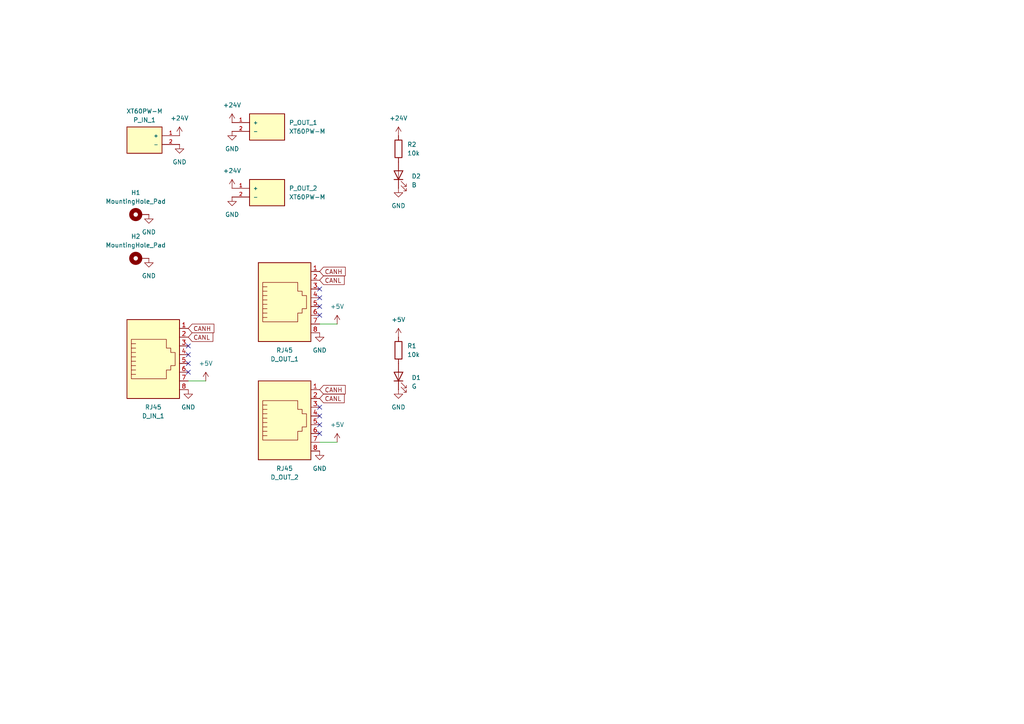
<source format=kicad_sch>
(kicad_sch (version 20231120) (generator "eeschema") (generator_version "8.0")
  (paper "A4")
  (lib_symbols
    (symbol "Connector:RJ45" (pin_names (offset 1.016))
      (property "Reference" "J" (at -5.08 13.97 0))
      (property "Value" "RJ45" (at 2.54 13.97 0))
      (symbol "RJ45_0_1"
        (polyline (pts (xy -5.08 4.445) (xy -6.35 4.445)))
        (polyline (pts (xy -5.08 5.715) (xy -6.35 5.715)))
        (polyline (pts (xy -6.35 -3.175) (xy -5.08 -3.175) (xy -5.08 -3.175)))
        (polyline (pts (xy -6.35 -1.905) (xy -5.08 -1.905) (xy -5.08 -1.905)))
        (polyline (pts (xy -6.35 -0.635) (xy -5.08 -0.635) (xy -5.08 -0.635)))
        (polyline (pts (xy -6.35 0.635) (xy -5.08 0.635) (xy -5.08 0.635)))
        (polyline (pts (xy -6.35 1.905) (xy -5.08 1.905) (xy -5.08 1.905)))
        (polyline (pts (xy -5.08 3.175) (xy -6.35 3.175) (xy -6.35 3.175)))
        (polyline (pts (xy -6.35 -4.445) (xy -6.35 6.985) (xy 3.81 6.985) (xy 3.81 4.445) (xy 5.08 4.445) (xy 5.08 3.175) (xy 6.35 3.175) (xy 6.35 -0.635) (xy 5.08 -0.635) (xy 5.08 -1.905) (xy 3.81 -1.905) (xy 3.81 -4.445) (xy -6.35 -4.445) (xy -6.35 -4.445)))
        (rectangle (start 7.62 12.7) (end -7.62 -10.16) (stroke (width 0.254)) (fill (type background)))
      )
      (symbol "RJ45_1_1"
        (pin passive line (at 10.16 -7.62 180) (length 2.54) (name "~") (number "1"))
        (pin passive line (at 10.16 -5.08 180) (length 2.54) (name "~") (number "2"))
        (pin passive line (at 10.16 -2.54 180) (length 2.54) (name "~") (number "3"))
        (pin passive line (at 10.16 0 180) (length 2.54) (name "~") (number "4"))
        (pin passive line (at 10.16 2.54 180) (length 2.54) (name "~") (number "5"))
        (pin passive line (at 10.16 5.08 180) (length 2.54) (name "~") (number "6"))
        (pin passive line (at 10.16 7.62 180) (length 2.54) (name "~") (number "7"))
        (pin passive line (at 10.16 10.16 180) (length 2.54) (name "~") (number "8"))
      )
    )
    (symbol "Device:LED" (pin_numbers hide) (pin_names (offset 1.016) hide)
      (property "Reference" "D" (at 0 2.54 0))
      (property "Value" "LED" (at 0 -2.54 0))
      (symbol "LED_0_1"
        (polyline (pts (xy -1.27 -1.27) (xy -1.27 1.27)) (stroke (width 0.254)))
        (polyline (pts (xy -1.27 0) (xy 1.27 0)))
        (polyline (pts (xy 1.27 -1.27) (xy 1.27 1.27) (xy -1.27 0) (xy 1.27 -1.27)) (stroke (width 0.254)))
        (polyline (pts (xy -3.048 -0.762) (xy -4.572 -2.286) (xy -3.81 -2.286) (xy -4.572 -2.286) (xy -4.572 -1.524)))
        (polyline (pts (xy -1.778 -0.762) (xy -3.302 -2.286) (xy -2.54 -2.286) (xy -3.302 -2.286) (xy -3.302 -1.524)))
      )
      (symbol "LED_1_1"
        (pin passive line (at -3.81 0 0) (length 2.54) (name "K") (number "1"))
        (pin passive line (at 3.81 0 180) (length 2.54) (name "A") (number "2"))
      )
    )
    (symbol "Device:R" (pin_numbers hide) (pin_names (offset 0))
      (property "Reference" "R" (at 2.032 0 90))
      (property "Value" "R" (at 0 0 90))
      (symbol "R_0_1"
        (rectangle (start -1.016 -2.54) (end 1.016 2.54) (stroke (width 0.254)))
      )
      (symbol "R_1_1"
        (pin passive line (at 0 3.81 270) (length 1.27) (name "~") (number "1"))
        (pin passive line (at 0 -3.81 90) (length 1.27) (name "~") (number "2"))
      )
    )
    (symbol "Mechanical:MountingHole_Pad" (pin_numbers hide) (pin_names (offset 1.016) hide) (exclude_from_sim yes) (in_bom no)
      (property "Reference" "H" (at 0 6.35 0))
      (property "Value" "MountingHole_Pad" (at 0 4.445 0))
      (symbol "MountingHole_Pad_0_1"
        (circle (center 0 1.27) (radius 1.27) (stroke (width 1.27)))
      )
      (symbol "MountingHole_Pad_1_1"
        (pin input line (at 0 -2.54 90) (length 2.54) (name "1") (number "1"))
      )
    )
    (symbol "XT60PW-M:XT60PW-M" (pin_names (offset 1.016))
      (property "Reference" "J" (at -5.08 5.715 0))
      (property "Value" "XT60PW-M" (at -5.08 -5.08 0))
      (symbol "XT60PW-M_0_0"
        (rectangle (start -5.08 -2.54) (end 5.08 5.08) (stroke (width 0.254)) (fill (type background)))
        (pin passive line (at -10.16 2.54 0) (length 5.08) (name "+") (number "1"))
        (pin passive line (at -10.16 0 0) (length 5.08) (name "-") (number "2"))
      )
    )
    (symbol "power:+24V" (power) (pin_numbers hide) (pin_names (offset 0) hide)
      (property "Value" "+24V" (at 0 3.556 0))
      (symbol "+24V_0_1"
        (polyline (pts (xy -0.762 1.27) (xy 0 2.54)))
        (polyline (pts (xy 0 0) (xy 0 2.54)))
        (polyline (pts (xy 0 2.54) (xy 0.762 1.27)))
      )
      (symbol "+24V_1_1"
        (pin power_in line (at 0 0 90) (length 0) (name "~") (number "1"))
      )
    )
    (symbol "power:+5V" (power) (pin_numbers hide) (pin_names (offset 0) hide)
      (property "Value" "+5V" (at 0 3.556 0))
      (symbol "+5V_0_1"
        (polyline (pts (xy -0.762 1.27) (xy 0 2.54)))
        (polyline (pts (xy 0 0) (xy 0 2.54)))
        (polyline (pts (xy 0 2.54) (xy 0.762 1.27)))
      )
      (symbol "+5V_1_1"
        (pin power_in line (at 0 0 90) (length 0) (name "~") (number "1"))
      )
    )
    (symbol "power:GND" (power) (pin_numbers hide) (pin_names (offset 0) hide)
      (property "Value" "GND" (at 0 -3.81 0))
      (symbol "GND_0_1"
        (polyline (pts (xy 0 0) (xy 0 -1.27) (xy 1.27 -1.27) (xy 0 -2.54) (xy -1.27 -1.27) (xy 0 -1.27)))
      )
      (symbol "GND_1_1"
        (pin power_in line (at 0 0 270) (length 0) (name "~") (number "1"))
      )
    )
  )
  (no_connect (at 92.71 86.36))
  (no_connect (at 92.71 83.82))
  (no_connect (at 54.61 100.33))
  (no_connect (at 92.71 120.65))
  (no_connect (at 54.61 102.87))
  (no_connect (at 92.71 88.9))
  (no_connect (at 92.71 118.11))
  (no_connect (at 92.71 123.19))
  (no_connect (at 92.71 91.44))
  (no_connect (at 54.61 105.41))
  (no_connect (at 54.61 107.95))
  (no_connect (at 92.71 125.73))
  (wire (pts (xy 92.71 128.27) (xy 97.79 128.27)))
  (wire (pts (xy 54.61 110.49) (xy 59.69 110.49)))
  (wire (pts (xy 92.71 93.98) (xy 97.79 93.98)))
  (global_label "CANH" (shape input) (at 92.71 78.74 0) (property "Intersheetrefs" "${INTERSHEET_REFS}" (effects (hide yes))))
  (global_label "CANH" (shape input) (at 54.61 95.25 0) (property "Intersheetrefs" "${INTERSHEET_REFS}" (effects (hide yes))))
  (global_label "CANL" (shape input) (at 92.71 81.28 0) (property "Intersheetrefs" "${INTERSHEET_REFS}" (effects (hide yes))))
  (global_label "CANL" (shape input) (at 54.61 97.79 0) (property "Intersheetrefs" "${INTERSHEET_REFS}" (effects (hide yes))))
  (global_label "CANL" (shape input) (at 92.71 115.57 0) (property "Intersheetrefs" "${INTERSHEET_REFS}" (effects (hide yes))))
  (global_label "CANH" (shape input) (at 92.71 113.03 0) (property "Intersheetrefs" "${INTERSHEET_REFS}" (effects (hide yes))))
  (symbol (lib_id "XT60PW-M:XT60PW-M") (at 41.91 41.91 0) (mirror y) (unit 1)
    (property "Reference" "P_IN_1" (at 41.91 34.798 0))
    (property "Value" "XT60PW-M" (at 41.91 32.258 0))
    (property "Footprint" "AMASS_XT60PW-M" (effects (hide yes)))
    (property "Description" "AMASS" (effects (hide yes)))
    (property "MAXIMUM_PACKAGE_HEIGHT" "8.4 mm" (effects (hide yes)))
    (property "Package" "Package" (effects (hide yes)))
    (property "Price" "None" (effects (hide yes)))
    (property "Check_prices" "https://www.snapeda.com/parts/XT60PW-M/AMASS/view-part/?ref=eda" (effects (hide yes)))
    (property "STANDARD" "Manufacturer recommendations" (effects (hide yes)))
    (property "PARTREV" "V1.2" (effects (hide yes)))
    (property "SnapEDA_Link" "https://www.snapeda.com/parts/XT60PW-M/AMASS/view-part/?ref=snap" (effects (hide yes)))
    (property "MP" "XT60PW-M" (effects (hide yes)))
    (property "Description_1" "\\nSocket, DC supply, male, PIN: 2\\n" (effects (hide yes)))
    (property "Availability" "Not in stock" (effects (hide yes)))
    (property "MANUFACTURER" "AMASS" (effects (hide yes)))
  )
  (symbol (lib_id "power:GND") (at 54.61 113.03 0) (mirror y) (unit 1)
    (property "Reference" "#PWR08" (effects (hide yes)))
    (property "Value" "GND" (at 54.61 118.11 0))
    (property "Description" "Power symbol creates a global label with name \"GND\" , ground" (effects (hide yes)))
  )
  (symbol (lib_id "power:GND") (at 52.07 41.91 0) (unit 1)
    (property "Reference" "#PWR02" (effects (hide yes)))
    (property "Value" "GND" (at 52.07 46.99 0))
    (property "Description" "Power symbol creates a global label with name \"GND\" , ground" (effects (hide yes)))
  )
  (symbol (lib_id "Connector:RJ45") (at 82.55 86.36 0) (mirror x) (unit 1)
    (property "Reference" "D_OUT_1" (at 82.55 104.14 0))
    (property "Value" "RJ45" (at 82.55 101.6 0))
    (property "Footprint" "54601-908WPLF:AMPHENOL_54601-908WPLF" (effects (hide yes)))
    (property "Description" "RJ connector, 8P8C (8 positions 8 connected)" (effects (hide yes)))
  )
  (symbol (lib_id "power:GND") (at 67.31 38.1 0) (unit 1)
    (property "Reference" "#PWR04" (effects (hide yes)))
    (property "Value" "GND" (at 67.31 43.18 0))
    (property "Description" "Power symbol creates a global label with name \"GND\" , ground" (effects (hide yes)))
  )
  (symbol (lib_id "power:+5V") (at 97.79 93.98 0) (mirror y) (unit 1)
    (property "Reference" "#PWR09" (effects (hide yes)))
    (property "Value" "+5V" (at 97.79 88.9 0))
    (property "Description" "Power symbol creates a global label with name \"+5V\"" (effects (hide yes)))
  )
  (symbol (lib_id "Mechanical:MountingHole_Pad") (at 40.64 62.23 90) (unit 1) (exclude_from_sim yes) (in_bom no)
    (property "Reference" "H1" (at 39.37 55.88 90))
    (property "Value" "MountingHole_Pad" (at 39.37 58.42 90))
    (property "Footprint" "MountingHole:MountingHole_3.2mm_M3_DIN965_Pad_TopBottom" (effects (hide yes)))
    (property "Description" "Mounting Hole with connection" (effects (hide yes)))
  )
  (symbol (lib_id "power:+24V") (at 67.31 35.56 0) (unit 1)
    (property "Reference" "#PWR03" (effects (hide yes)))
    (property "Value" "+24V" (at 67.31 30.48 0))
    (property "Description" "Power symbol creates a global label with name \"+24V\"" (effects (hide yes)))
  )
  (symbol (lib_id "power:+5V") (at 59.69 110.49 0) (mirror y) (unit 1)
    (property "Reference" "#PWR07" (effects (hide yes)))
    (property "Value" "+5V" (at 59.69 105.41 0))
    (property "Description" "Power symbol creates a global label with name \"+5V\"" (effects (hide yes)))
  )
  (symbol (lib_id "power:+5V") (at 115.57 39.37 0) (mirror y) (unit 1)
    (property "Reference" "#PWR015" (effects (hide yes)))
    (property "Value" "+24V" (at 115.57 34.29 0))
    (property "Description" "Power symbol creates a global label with name \"+5V\"" (effects (hide yes)))
  )
  (symbol (lib_id "Device:R") (at 115.57 101.6 0) (unit 1)
    (property "Reference" "R1" (at 118.11 100.3299 0) (effects (justify left)))
    (property "Value" "10k" (at 118.11 102.8699 0) (effects (justify left)))
    (property "Footprint" "Resistor_SMD:R_0805_2012Metric_Pad1.20x1.40mm_HandSolder" (effects (hide yes)))
    (property "Description" "Resistor" (effects (hide yes)))
  )
  (symbol (lib_id "XT60PW-M:XT60PW-M") (at 77.47 57.15 0) (unit 1)
    (property "Reference" "P_OUT_2" (at 83.82 54.6099 0) (effects (justify left)))
    (property "Value" "XT60PW-M" (at 83.82 57.1499 0) (effects (justify left)))
    (property "Footprint" "AMASS_XT60PW-M" (effects (hide yes)))
    (property "Description" "AMASS" (effects (hide yes)))
    (property "MAXIMUM_PACKAGE_HEIGHT" "8.4 mm" (effects (hide yes)))
    (property "Package" "Package" (effects (hide yes)))
    (property "Price" "None" (effects (hide yes)))
    (property "Check_prices" "https://www.snapeda.com/parts/XT60PW-M/AMASS/view-part/?ref=eda" (effects (hide yes)))
    (property "STANDARD" "Manufacturer recommendations" (effects (hide yes)))
    (property "PARTREV" "V1.2" (effects (hide yes)))
    (property "SnapEDA_Link" "https://www.snapeda.com/parts/XT60PW-M/AMASS/view-part/?ref=snap" (effects (hide yes)))
    (property "MP" "XT60PW-M" (effects (hide yes)))
    (property "Description_1" "\\nSocket, DC supply, male, PIN: 2\\n" (effects (hide yes)))
    (property "Availability" "Not in stock" (effects (hide yes)))
    (property "MANUFACTURER" "AMASS" (effects (hide yes)))
  )
  (symbol (lib_id "power:GND") (at 115.57 113.03 0) (unit 1)
    (property "Reference" "#PWR013" (effects (hide yes)))
    (property "Value" "GND" (at 115.57 118.11 0))
    (property "Description" "Power symbol creates a global label with name \"GND\" , ground" (effects (hide yes)))
  )
  (symbol (lib_id "Connector:RJ45") (at 82.55 120.65 0) (mirror x) (unit 1)
    (property "Reference" "D_OUT_2" (at 82.55 138.43 0))
    (property "Value" "RJ45" (at 82.55 135.89 0))
    (property "Footprint" "54601-908WPLF:AMPHENOL_54601-908WPLF" (effects (hide yes)))
    (property "Description" "RJ connector, 8P8C (8 positions 8 connected)" (effects (hide yes)))
  )
  (symbol (lib_id "power:+24V") (at 52.07 39.37 0) (unit 1)
    (property "Reference" "#PWR01" (effects (hide yes)))
    (property "Value" "+24V" (at 52.07 34.29 0))
    (property "Description" "Power symbol creates a global label with name \"+24V\"" (effects (hide yes)))
  )
  (symbol (lib_id "Connector:RJ45") (at 44.45 102.87 0) (mirror x) (unit 1)
    (property "Reference" "D_IN_1" (at 44.45 120.65 0))
    (property "Value" "RJ45" (at 44.45 118.11 0))
    (property "Footprint" "54601-908WPLF:AMPHENOL_54601-908WPLF" (effects (hide yes)))
    (property "Description" "RJ connector, 8P8C (8 positions 8 connected)" (effects (hide yes)))
  )
  (symbol (lib_id "power:GND") (at 92.71 96.52 0) (mirror y) (unit 1)
    (property "Reference" "#PWR010" (effects (hide yes)))
    (property "Value" "GND" (at 92.71 101.6 0))
    (property "Description" "Power symbol creates a global label with name \"GND\" , ground" (effects (hide yes)))
  )
  (symbol (lib_id "power:+5V") (at 97.79 128.27 0) (mirror y) (unit 1)
    (property "Reference" "#PWR011" (effects (hide yes)))
    (property "Value" "+5V" (at 97.79 123.19 0))
    (property "Description" "Power symbol creates a global label with name \"+5V\"" (effects (hide yes)))
  )
  (symbol (lib_id "power:+24V") (at 67.31 54.61 0) (unit 1)
    (property "Reference" "#PWR05" (effects (hide yes)))
    (property "Value" "+24V" (at 67.31 49.53 0))
    (property "Description" "Power symbol creates a global label with name \"+24V\"" (effects (hide yes)))
  )
  (symbol (lib_id "power:GND") (at 43.18 74.93 0) (unit 1)
    (property "Reference" "#PWR018" (effects (hide yes)))
    (property "Value" "GND" (at 43.18 80.01 0))
    (property "Description" "Power symbol creates a global label with name \"GND\" , ground" (effects (hide yes)))
  )
  (symbol (lib_id "Device:LED") (at 115.57 109.22 90) (unit 1)
    (property "Reference" "D1" (at 119.38 109.5374 90) (effects (justify right)))
    (property "Value" "G" (at 119.38 112.0774 90) (effects (justify right)))
    (property "Footprint" "LED_SMD:LED_0805_2012Metric_Pad1.15x1.40mm_HandSolder" (effects (hide yes)))
    (property "Description" "Light emitting diode" (effects (hide yes)))
  )
  (symbol (lib_id "Device:LED") (at 115.57 50.8 90) (unit 1)
    (property "Reference" "D2" (at 119.38 51.1174 90) (effects (justify right)))
    (property "Value" "B" (at 119.38 53.6574 90) (effects (justify right)))
    (property "Footprint" "LED_SMD:LED_0805_2012Metric_Pad1.15x1.40mm_HandSolder" (effects (hide yes)))
    (property "Description" "Light emitting diode" (effects (hide yes)))
  )
  (symbol (lib_id "power:GND") (at 115.57 54.61 0) (unit 1)
    (property "Reference" "#PWR016" (effects (hide yes)))
    (property "Value" "GND" (at 115.57 59.69 0))
    (property "Description" "Power symbol creates a global label with name \"GND\" , ground" (effects (hide yes)))
  )
  (symbol (lib_id "Mechanical:MountingHole_Pad") (at 40.64 74.93 90) (unit 1) (exclude_from_sim yes) (in_bom no)
    (property "Reference" "H2" (at 39.37 68.58 90))
    (property "Value" "MountingHole_Pad" (at 39.37 71.12 90))
    (property "Footprint" "MountingHole:MountingHole_3.2mm_M3_DIN965_Pad_TopBottom" (effects (hide yes)))
    (property "Description" "Mounting Hole with connection" (effects (hide yes)))
  )
  (symbol (lib_id "power:GND") (at 43.18 62.23 0) (unit 1)
    (property "Reference" "#PWR017" (effects (hide yes)))
    (property "Value" "GND" (at 43.18 67.31 0))
    (property "Description" "Power symbol creates a global label with name \"GND\" , ground" (effects (hide yes)))
  )
  (symbol (lib_id "power:GND") (at 92.71 130.81 0) (mirror y) (unit 1)
    (property "Reference" "#PWR012" (effects (hide yes)))
    (property "Value" "GND" (at 92.71 135.89 0))
    (property "Description" "Power symbol creates a global label with name \"GND\" , ground" (effects (hide yes)))
  )
  (symbol (lib_id "power:GND") (at 67.31 57.15 0) (unit 1)
    (property "Reference" "#PWR06" (effects (hide yes)))
    (property "Value" "GND" (at 67.31 62.23 0))
    (property "Description" "Power symbol creates a global label with name \"GND\" , ground" (effects (hide yes)))
  )
  (symbol (lib_id "power:+5V") (at 115.57 97.79 0) (mirror y) (unit 1)
    (property "Reference" "#PWR014" (effects (hide yes)))
    (property "Value" "+5V" (at 115.57 92.71 0))
    (property "Description" "Power symbol creates a global label with name \"+5V\"" (effects (hide yes)))
  )
  (symbol (lib_id "Device:R") (at 115.57 43.18 0) (unit 1)
    (property "Reference" "R2" (at 118.11 41.9099 0) (effects (justify left)))
    (property "Value" "10k" (at 118.11 44.4499 0) (effects (justify left)))
    (property "Footprint" "Resistor_SMD:R_0805_2012Metric_Pad1.20x1.40mm_HandSolder" (effects (hide yes)))
    (property "Description" "Resistor" (effects (hide yes)))
  )
  (symbol (lib_id "XT60PW-M:XT60PW-M") (at 77.47 38.1 0) (unit 1)
    (property "Reference" "P_OUT_1" (at 83.82 35.5599 0) (effects (justify left)))
    (property "Value" "XT60PW-M" (at 83.82 38.0999 0) (effects (justify left)))
    (property "Footprint" "AMASS_XT60PW-M" (effects (hide yes)))
    (property "Description" "AMASS" (effects (hide yes)))
    (property "MAXIMUM_PACKAGE_HEIGHT" "8.4 mm" (effects (hide yes)))
    (property "Package" "Package" (effects (hide yes)))
    (property "Price" "None" (effects (hide yes)))
    (property "Check_prices" "https://www.snapeda.com/parts/XT60PW-M/AMASS/view-part/?ref=eda" (effects (hide yes)))
    (property "STANDARD" "Manufacturer recommendations" (effects (hide yes)))
    (property "PARTREV" "V1.2" (effects (hide yes)))
    (property "SnapEDA_Link" "https://www.snapeda.com/parts/XT60PW-M/AMASS/view-part/?ref=snap" (effects (hide yes)))
    (property "MP" "XT60PW-M" (effects (hide yes)))
    (property "Description_1" "\\nSocket, DC supply, male, PIN: 2\\n" (effects (hide yes)))
    (property "Availability" "Not in stock" (effects (hide yes)))
    (property "MANUFACTURER" "AMASS" (effects (hide yes)))
  )
)
</source>
